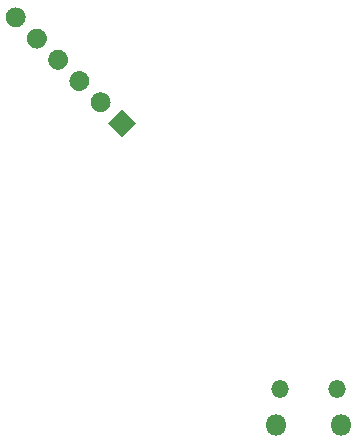
<source format=gbr>
G04 #@! TF.GenerationSoftware,KiCad,Pcbnew,(6.0.9)*
G04 #@! TF.CreationDate,2024-07-14T21:11:06-07:00*
G04 #@! TF.ProjectId,AccArray_PICO,41636341-7272-4617-995f-5049434f2e6b,rev?*
G04 #@! TF.SameCoordinates,Original*
G04 #@! TF.FileFunction,Soldermask,Bot*
G04 #@! TF.FilePolarity,Negative*
%FSLAX46Y46*%
G04 Gerber Fmt 4.6, Leading zero omitted, Abs format (unit mm)*
G04 Created by KiCad (PCBNEW (6.0.9)) date 2024-07-14 21:11:06*
%MOMM*%
%LPD*%
G01*
G04 APERTURE LIST*
%ADD10O,1.800000X1.800000*%
%ADD11O,1.500000X1.500000*%
G04 APERTURE END LIST*
G04 #@! TO.C,J2*
G36*
G01*
X139212887Y-82110805D02*
X139212887Y-82110805D01*
G75*
G02*
X139212887Y-83312887I-601041J-601041D01*
G01*
X139212887Y-83312887D01*
G75*
G02*
X138010805Y-83312887I-601041J601041D01*
G01*
X138010805Y-83312887D01*
G75*
G02*
X138010805Y-82110805I601041J601041D01*
G01*
X138010805Y-82110805D01*
G75*
G02*
X139212887Y-82110805I601041J-601041D01*
G01*
G37*
G36*
G01*
X141008938Y-83906856D02*
X141008938Y-83906856D01*
G75*
G02*
X141008938Y-85108938I-601041J-601041D01*
G01*
X141008938Y-85108938D01*
G75*
G02*
X139806856Y-85108938I-601041J601041D01*
G01*
X139806856Y-85108938D01*
G75*
G02*
X139806856Y-83906856I601041J601041D01*
G01*
X139806856Y-83906856D01*
G75*
G02*
X141008938Y-83906856I601041J-601041D01*
G01*
G37*
G36*
G01*
X142804989Y-85702907D02*
X142804989Y-85702907D01*
G75*
G02*
X142804989Y-86904989I-601041J-601041D01*
G01*
X142804989Y-86904989D01*
G75*
G02*
X141602907Y-86904989I-601041J601041D01*
G01*
X141602907Y-86904989D01*
G75*
G02*
X141602907Y-85702907I601041J601041D01*
G01*
X141602907Y-85702907D01*
G75*
G02*
X142804989Y-85702907I601041J-601041D01*
G01*
G37*
G36*
G01*
X144601041Y-87498959D02*
X144601041Y-87498959D01*
G75*
G02*
X144601041Y-88701041I-601041J-601041D01*
G01*
X144601041Y-88701041D01*
G75*
G02*
X143398959Y-88701041I-601041J601041D01*
G01*
X143398959Y-88701041D01*
G75*
G02*
X143398959Y-87498959I601041J601041D01*
G01*
X143398959Y-87498959D01*
G75*
G02*
X144601041Y-87498959I601041J-601041D01*
G01*
G37*
G36*
G01*
X146397092Y-89295010D02*
X146397092Y-89295010D01*
G75*
G02*
X146397092Y-90497092I-601041J-601041D01*
G01*
X146397092Y-90497092D01*
G75*
G02*
X145195010Y-90497092I-601041J601041D01*
G01*
X145195010Y-90497092D01*
G75*
G02*
X145195010Y-89295010I601041J601041D01*
G01*
X145195010Y-89295010D01*
G75*
G02*
X146397092Y-89295010I601041J-601041D01*
G01*
G37*
G36*
X147592102Y-90490020D02*
G01*
X148794184Y-91692102D01*
X147592102Y-92894184D01*
X146390020Y-91692102D01*
X147592102Y-90490020D01*
G37*
G04 #@! TD*
D10*
G04 #@! TO.C,U1*
X160675000Y-117200000D03*
D11*
X160975000Y-114170000D03*
X165825000Y-114170000D03*
D10*
X166125000Y-117200000D03*
G04 #@! TD*
M02*

</source>
